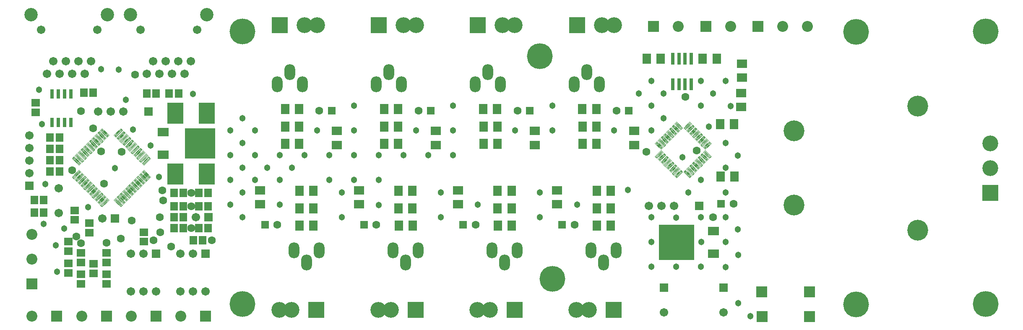
<source format=gts>
%FSLAX43Y43*%
%MOMM*%
G71*
G01*
G75*
%ADD10C,0.300*%
%ADD11C,0.125*%
%ADD12R,1.600X1.800*%
%ADD13R,0.600X2.200*%
%ADD14R,1.800X1.600*%
%ADD15R,2.000X2.000*%
%ADD16R,2.000X1.500*%
%ADD17R,7.000X7.000*%
%ADD18R,1.500X1.300*%
%ADD19R,1.300X1.500*%
%ADD20R,0.600X1.700*%
%ADD21R,0.600X1.700*%
%ADD22R,6.000X6.000*%
%ADD23R,3.000X4.000*%
%ADD24C,0.400*%
%ADD25C,0.500*%
%ADD26C,1.000*%
%ADD27C,2.000*%
%ADD28C,0.600*%
%ADD29C,2.000*%
%ADD30C,5.000*%
%ADD31C,1.400*%
%ADD32R,1.400X1.400*%
%ADD33C,1.500*%
%ADD34R,1.500X1.500*%
%ADD35C,4.000*%
%ADD36C,3.000*%
%ADD37R,3.000X3.000*%
%ADD38C,1.500*%
%ADD39R,1.500X1.500*%
%ADD40C,2.500*%
%ADD41O,2.000X3.000*%
%ADD42C,1.100*%
%ADD43R,1.803X2.003*%
%ADD44R,0.803X2.403*%
%ADD45R,2.003X1.803*%
%ADD46R,2.203X2.203*%
%ADD47R,2.203X1.703*%
%ADD48R,7.203X7.203*%
%ADD49R,1.703X1.503*%
%ADD50R,1.503X1.703*%
%ADD51R,0.803X1.903*%
%ADD52R,0.803X1.903*%
%ADD53R,6.203X6.203*%
%ADD54R,3.203X4.203*%
%ADD55C,2.203*%
%ADD56C,5.203*%
%ADD57C,1.603*%
%ADD58R,1.603X1.603*%
%ADD59C,1.703*%
%ADD60R,1.703X1.703*%
%ADD61C,4.203*%
%ADD62C,3.203*%
%ADD63R,3.203X3.203*%
%ADD64C,1.703*%
%ADD65R,1.703X1.703*%
%ADD66C,2.703*%
%ADD67O,2.203X3.203*%
%ADD68C,1.303*%
D11*
X136349Y-24355D02*
X136758Y-24764D01*
X135536Y-25986D01*
X135127Y-25577D01*
X136349Y-24355D01*
Y-24503D02*
X136611Y-24764D01*
X135536Y-25839D01*
X135274Y-25577D01*
X136349Y-24503D01*
Y-24650D02*
X136463Y-24764D01*
X135536Y-25692D01*
X135422Y-25577D01*
X136349Y-24650D01*
X136323Y-24772D02*
X135561Y-25570D01*
X10975Y-34779D02*
X10566Y-34370D01*
X11965Y-32971D01*
X12374Y-33380D01*
X10975Y-34779D01*
Y-34632D02*
X10714Y-34370D01*
X11965Y-33119D01*
X12227Y-33380D01*
X10975Y-34632D01*
Y-34484D02*
X10861Y-34370D01*
X11965Y-33266D01*
X12079Y-33380D01*
X10975Y-34484D01*
X11001Y-34363D02*
X11940Y-33388D01*
X11541Y-35345D02*
X11132Y-34936D01*
X12531Y-33537D01*
X12940Y-33946D01*
X11541Y-35345D01*
Y-35197D02*
X11279Y-34936D01*
X12531Y-33684D01*
X12792Y-33946D01*
X11541Y-35197D01*
Y-35050D02*
X11427Y-34936D01*
X12531Y-33832D01*
X12645Y-33946D01*
X11541Y-35050D01*
X11566Y-34928D02*
X12505Y-33953D01*
X12107Y-35910D02*
X11698Y-35502D01*
X13097Y-34103D01*
X13505Y-34512D01*
X12107Y-35910D01*
Y-35763D02*
X11845Y-35502D01*
X13097Y-34250D01*
X13358Y-34512D01*
X12107Y-35763D01*
Y-35616D02*
X11992Y-35502D01*
X13097Y-34397D01*
X13211Y-34512D01*
X12107Y-35616D01*
X12132Y-35494D02*
X13071Y-34519D01*
X12672Y-36476D02*
X12264Y-36067D01*
X13662Y-34668D01*
X14071Y-35077D01*
X12672Y-36476D01*
Y-36329D02*
X12411Y-36067D01*
X13662Y-34816D01*
X13924Y-35077D01*
X12672Y-36329D01*
Y-36181D02*
X12558Y-36067D01*
X13662Y-34963D01*
X13777Y-35077D01*
X12672Y-36181D01*
X12698Y-36060D02*
X13637Y-35085D01*
X13238Y-37042D02*
X12829Y-36633D01*
X14228Y-35234D01*
X14637Y-35643D01*
X13238Y-37042D01*
Y-36894D02*
X12976Y-36633D01*
X14228Y-35381D01*
X14489Y-35643D01*
X13238Y-36894D01*
Y-36747D02*
X13124Y-36633D01*
X14228Y-35529D01*
X14342Y-35643D01*
X13238Y-36747D01*
X13263Y-36625D02*
X14202Y-35651D01*
X13804Y-37607D02*
X13395Y-37199D01*
X14794Y-35800D01*
X15202Y-36209D01*
X13804Y-37607D01*
Y-37460D02*
X13542Y-37199D01*
X14794Y-35947D01*
X15055Y-36209D01*
X13804Y-37460D01*
Y-37313D02*
X13689Y-37199D01*
X14794Y-36094D01*
X14908Y-36209D01*
X13804Y-37313D01*
X13829Y-37191D02*
X14768Y-36216D01*
X14369Y-38173D02*
X13961Y-37764D01*
X15359Y-36366D01*
X15768Y-36774D01*
X14369Y-38173D01*
Y-38026D02*
X14108Y-37764D01*
X15359Y-36513D01*
X15621Y-36774D01*
X14369Y-38026D01*
Y-37879D02*
X14255Y-37764D01*
X15359Y-36660D01*
X15474Y-36774D01*
X14369Y-37879D01*
X14395Y-37757D02*
X15334Y-36782D01*
X14935Y-38739D02*
X14526Y-38330D01*
X15925Y-36931D01*
X16334Y-37340D01*
X14935Y-38739D01*
Y-38592D02*
X14674Y-38330D01*
X15925Y-37079D01*
X16187Y-37340D01*
X14935Y-38592D01*
Y-38444D02*
X14821Y-38330D01*
X15925Y-37226D01*
X16039Y-37340D01*
X14935Y-38444D01*
X14961Y-38322D02*
X15899Y-37348D01*
X15501Y-39305D02*
X15092Y-38896D01*
X16491Y-37497D01*
X16900Y-37906D01*
X15501Y-39305D01*
Y-39157D02*
X15239Y-38896D01*
X16491Y-37644D01*
X16752Y-37906D01*
X15501Y-39157D01*
Y-39010D02*
X15387Y-38896D01*
X16491Y-37791D01*
X16605Y-37906D01*
X15501Y-39010D01*
X15526Y-38888D02*
X16465Y-37913D01*
X16066Y-39870D02*
X15658Y-39461D01*
X17056Y-38063D01*
X17465Y-38471D01*
X16066Y-39870D01*
Y-39723D02*
X15805Y-39461D01*
X17056Y-38210D01*
X17318Y-38471D01*
X16066Y-39723D01*
Y-39576D02*
X15952Y-39461D01*
X17056Y-38357D01*
X17171Y-38471D01*
X16066Y-39576D01*
X16092Y-39454D02*
X17031Y-38479D01*
X16632Y-40436D02*
X16223Y-40027D01*
X17622Y-38628D01*
X18031Y-39037D01*
X16632Y-40436D01*
Y-40289D02*
X16370Y-40027D01*
X17622Y-38775D01*
X17884Y-39037D01*
X16632Y-40289D01*
Y-40141D02*
X16518Y-40027D01*
X17622Y-38923D01*
X17736Y-39037D01*
X16632Y-40141D01*
X16658Y-40019D02*
X17596Y-39045D01*
X20789Y-40027D02*
X20380Y-40436D01*
X18981Y-39037D01*
X19390Y-38628D01*
X20789Y-40027D01*
X20641D02*
X20380Y-40289D01*
X19128Y-39037D01*
X19390Y-38776D01*
X20641Y-40027D01*
X20494D02*
X20380Y-40141D01*
X19276Y-39037D01*
X19390Y-38923D01*
X20494Y-40027D01*
X20372Y-40001D02*
X19397Y-39063D01*
X21354Y-39461D02*
X20946Y-39870D01*
X19547Y-38471D01*
X19956Y-38062D01*
X21354Y-39461D01*
X21207D02*
X20946Y-39723D01*
X19694Y-38471D01*
X19956Y-38210D01*
X21207Y-39461D01*
X21060D02*
X20946Y-39576D01*
X19841Y-38471D01*
X19956Y-38357D01*
X21060Y-39461D01*
X20938Y-39436D02*
X19963Y-38497D01*
X21920Y-38896D02*
X21511Y-39304D01*
X20112Y-37906D01*
X20521Y-37497D01*
X21920Y-38896D01*
X21773D02*
X21511Y-39157D01*
X20260Y-37906D01*
X20521Y-37644D01*
X21773Y-38896D01*
X21625D02*
X21511Y-39010D01*
X20407Y-37906D01*
X20521Y-37791D01*
X21625Y-38896D01*
X21504Y-38870D02*
X20529Y-37931D01*
X22486Y-38330D02*
X22077Y-38739D01*
X20678Y-37340D01*
X21087Y-36931D01*
X22486Y-38330D01*
X22338D02*
X22077Y-38592D01*
X20825Y-37340D01*
X21087Y-37079D01*
X22338Y-38330D01*
X22191D02*
X22077Y-38444D01*
X20973Y-37340D01*
X21087Y-37226D01*
X22191Y-38330D01*
X22069Y-38304D02*
X21094Y-37366D01*
X25314Y-35501D02*
X24905Y-35910D01*
X23506Y-34512D01*
X23915Y-34103D01*
X25314Y-35501D01*
X25167D02*
X24905Y-35763D01*
X23654Y-34512D01*
X23915Y-34250D01*
X25167Y-35501D01*
X25019D02*
X24905Y-35616D01*
X23801Y-34512D01*
X23915Y-34397D01*
X25019Y-35501D01*
X24898Y-35476D02*
X23923Y-34537D01*
X25880Y-34936D02*
X25471Y-35345D01*
X24072Y-33946D01*
X24481Y-33537D01*
X25880Y-34936D01*
X25732D02*
X25471Y-35197D01*
X24219Y-33946D01*
X24481Y-33684D01*
X25732Y-34936D01*
X25585D02*
X25471Y-35050D01*
X24367Y-33946D01*
X24481Y-33832D01*
X25585Y-34936D01*
X25463Y-34910D02*
X24489Y-33971D01*
X26445Y-34370D02*
X26037Y-34779D01*
X24638Y-33380D01*
X25047Y-32971D01*
X26445Y-34370D01*
X26298D02*
X26037Y-34632D01*
X24785Y-33380D01*
X25047Y-33119D01*
X26298Y-34370D01*
X26151D02*
X26037Y-34484D01*
X24932Y-33380D01*
X25047Y-33266D01*
X26151Y-34370D01*
X26029Y-34345D02*
X25054Y-33406D01*
X19390Y-26364D02*
X18981Y-25956D01*
X20380Y-24557D01*
X20789Y-24966D01*
X19390Y-26364D01*
Y-26217D02*
X19128Y-25956D01*
X20380Y-24704D01*
X20641Y-24966D01*
X19390Y-26217D01*
Y-26070D02*
X19276Y-25956D01*
X20380Y-24851D01*
X20494Y-24966D01*
X19390Y-26070D01*
X19415Y-25948D02*
X20354Y-24973D01*
X19956Y-26930D02*
X19547Y-26521D01*
X20945Y-25122D01*
X21354Y-25531D01*
X19956Y-26930D01*
Y-26783D02*
X19694Y-26521D01*
X20945Y-25270D01*
X21207Y-25531D01*
X19956Y-26783D01*
Y-26635D02*
X19841Y-26521D01*
X20945Y-25417D01*
X21060Y-25531D01*
X19956Y-26635D01*
X19981Y-26514D02*
X20920Y-25539D01*
X20521Y-27496D02*
X20112Y-27087D01*
X21511Y-25688D01*
X21920Y-26097D01*
X20521Y-27496D01*
Y-27348D02*
X20260Y-27087D01*
X21511Y-25835D01*
X21773Y-26097D01*
X20521Y-27348D01*
Y-27201D02*
X20407Y-27087D01*
X21511Y-25983D01*
X21625Y-26097D01*
X20521Y-27201D01*
X20547Y-27079D02*
X21486Y-26105D01*
X21087Y-28061D02*
X20678Y-27653D01*
X22077Y-26254D01*
X22486Y-26663D01*
X21087Y-28061D01*
Y-27914D02*
X20825Y-27653D01*
X22077Y-26401D01*
X22338Y-26663D01*
X21087Y-27914D01*
Y-27767D02*
X20973Y-27653D01*
X22077Y-26548D01*
X22191Y-26663D01*
X21087Y-27767D01*
X21112Y-27645D02*
X22051Y-26670D01*
X21653Y-28627D02*
X21244Y-28218D01*
X22643Y-26819D01*
X23051Y-27228D01*
X21653Y-28627D01*
Y-28480D02*
X21391Y-28218D01*
X22643Y-26967D01*
X22904Y-27228D01*
X21653Y-28480D01*
Y-28333D02*
X21538Y-28218D01*
X22643Y-27114D01*
X22757Y-27228D01*
X21653Y-28333D01*
X21678Y-28211D02*
X22617Y-27236D01*
X22218Y-29193D02*
X21809Y-28784D01*
X23208Y-27385D01*
X23617Y-27794D01*
X22218Y-29193D01*
Y-29046D02*
X21957Y-28784D01*
X23208Y-27533D01*
X23470Y-27794D01*
X22218Y-29046D01*
Y-28898D02*
X22104Y-28784D01*
X23208Y-27680D01*
X23322Y-27794D01*
X22218Y-28898D01*
X22244Y-28776D02*
X23183Y-27802D01*
X22784Y-29759D02*
X22375Y-29350D01*
X23774Y-27951D01*
X24183Y-28360D01*
X22784Y-29759D01*
Y-29611D02*
X22522Y-29350D01*
X23774Y-28098D01*
X24035Y-28360D01*
X22784Y-29611D01*
Y-29464D02*
X22670Y-29350D01*
X23774Y-28246D01*
X23888Y-28360D01*
X22784Y-29464D01*
X22809Y-29342D02*
X23748Y-28367D01*
X23350Y-30324D02*
X22941Y-29915D01*
X24340Y-28517D01*
X24748Y-28925D01*
X23350Y-30324D01*
Y-30177D02*
X23088Y-29915D01*
X24340Y-28664D01*
X24601Y-28925D01*
X23350Y-30177D01*
Y-30030D02*
X23235Y-29915D01*
X24340Y-28811D01*
X24454Y-28925D01*
X23350Y-30030D01*
X23375Y-29908D02*
X24314Y-28933D01*
X23915Y-30890D02*
X23506Y-30481D01*
X24905Y-29082D01*
X25314Y-29491D01*
X23915Y-30890D01*
Y-30743D02*
X23654Y-30481D01*
X24905Y-29230D01*
X25167Y-29491D01*
X23915Y-30743D01*
Y-30595D02*
X23801Y-30481D01*
X24905Y-29377D01*
X25019Y-29491D01*
X23915Y-30595D01*
X23941Y-30474D02*
X24880Y-29499D01*
X24481Y-31456D02*
X24072Y-31047D01*
X25471Y-29648D01*
X25880Y-30057D01*
X24481Y-31456D01*
Y-31308D02*
X24219Y-31047D01*
X25471Y-29795D01*
X25732Y-30057D01*
X24481Y-31308D01*
Y-31161D02*
X24367Y-31047D01*
X25471Y-29943D01*
X25585Y-30057D01*
X24481Y-31161D01*
X24507Y-31039D02*
X25445Y-30064D01*
X25047Y-32021D02*
X24638Y-31612D01*
X26037Y-30214D01*
X26445Y-30622D01*
X25047Y-32021D01*
Y-31874D02*
X24785Y-31612D01*
X26037Y-30361D01*
X26298Y-30622D01*
X25047Y-31874D01*
Y-31727D02*
X24932Y-31612D01*
X26037Y-30508D01*
X26151Y-30622D01*
X25047Y-31727D01*
X25072Y-31605D02*
X26011Y-30630D01*
X12374Y-31612D02*
X11965Y-32021D01*
X10566Y-30622D01*
X10975Y-30214D01*
X12374Y-31612D01*
X12227D02*
X11965Y-31874D01*
X10714Y-30622D01*
X10975Y-30361D01*
X12227Y-31612D01*
X12079D02*
X11965Y-31727D01*
X10861Y-30622D01*
X10975Y-30508D01*
X12079Y-31612D01*
X11958Y-31587D02*
X10983Y-30648D01*
X12940Y-31047D02*
X12531Y-31456D01*
X11132Y-30057D01*
X11541Y-29648D01*
X12940Y-31047D01*
X12792D02*
X12531Y-31308D01*
X11279Y-30057D01*
X11541Y-29795D01*
X12792Y-31047D01*
X12645D02*
X12531Y-31161D01*
X11427Y-30057D01*
X11541Y-29943D01*
X12645Y-31047D01*
X12523Y-31021D02*
X11549Y-30082D01*
X13505Y-30481D02*
X13097Y-30890D01*
X11698Y-29491D01*
X12107Y-29082D01*
X13505Y-30481D01*
X13358D02*
X13097Y-30743D01*
X11845Y-29491D01*
X12107Y-29230D01*
X13358Y-30481D01*
X13211D02*
X13097Y-30595D01*
X11992Y-29491D01*
X12107Y-29377D01*
X13211Y-30481D01*
X13089Y-30456D02*
X12114Y-29517D01*
X14071Y-29915D02*
X13662Y-30324D01*
X12263Y-28925D01*
X12672Y-28517D01*
X14071Y-29915D01*
X13924D02*
X13662Y-30177D01*
X12411Y-28925D01*
X12672Y-28664D01*
X13924Y-29915D01*
X13776D02*
X13662Y-30030D01*
X12558Y-28925D01*
X12672Y-28811D01*
X13776Y-29915D01*
X13655Y-29890D02*
X12680Y-28951D01*
X16900Y-27087D02*
X16491Y-27496D01*
X15092Y-26097D01*
X15501Y-25688D01*
X16900Y-27087D01*
X16752D02*
X16491Y-27348D01*
X15239Y-26097D01*
X15501Y-25835D01*
X16752Y-27087D01*
X16605D02*
X16491Y-27201D01*
X15387Y-26097D01*
X15501Y-25983D01*
X16605Y-27087D01*
X16483Y-27061D02*
X15508Y-26123D01*
X17465Y-26521D02*
X17056Y-26930D01*
X15658Y-25531D01*
X16066Y-25122D01*
X17465Y-26521D01*
X17318D02*
X17056Y-26783D01*
X15805Y-25531D01*
X16066Y-25270D01*
X17318Y-26521D01*
X17171D02*
X17056Y-26635D01*
X15952Y-25531D01*
X16066Y-25417D01*
X17171Y-26521D01*
X17049Y-26496D02*
X16074Y-25557D01*
X18031Y-25956D02*
X17622Y-26364D01*
X16223Y-24966D01*
X16632Y-24557D01*
X18031Y-25956D01*
X17884D02*
X17622Y-26217D01*
X16371Y-24966D01*
X16632Y-24704D01*
X17884Y-25956D01*
X17736D02*
X17622Y-26070D01*
X16518Y-24966D01*
X16632Y-24851D01*
X17736Y-25956D01*
X17614Y-25930D02*
X16640Y-24991D01*
X24183Y-36633D02*
X23774Y-37042D01*
X22375Y-35643D01*
X22784Y-35234D01*
X24183Y-36633D01*
X24035D02*
X23774Y-36894D01*
X22522Y-35643D01*
X22784Y-35381D01*
X24035Y-36633D01*
X23888D02*
X23774Y-36747D01*
X22670Y-35643D01*
X22784Y-35529D01*
X23888Y-36633D01*
X23766Y-36607D02*
X22792Y-35668D01*
X23617Y-37199D02*
X23208Y-37607D01*
X21809Y-36209D01*
X22218Y-35800D01*
X23617Y-37199D01*
X23470D02*
X23208Y-37460D01*
X21957Y-36209D01*
X22218Y-35947D01*
X23470Y-37199D01*
X23322D02*
X23208Y-37313D01*
X22104Y-36209D01*
X22218Y-36094D01*
X23322Y-37199D01*
X23201Y-37173D02*
X22226Y-36234D01*
X23051Y-37764D02*
X22643Y-38173D01*
X21244Y-36774D01*
X21653Y-36365D01*
X23051Y-37764D01*
X22904D02*
X22643Y-38026D01*
X21391Y-36774D01*
X21653Y-36513D01*
X22904Y-37764D01*
X22757D02*
X22643Y-37878D01*
X21538Y-36774D01*
X21653Y-36660D01*
X22757Y-37764D01*
X22635Y-37739D02*
X21660Y-36800D01*
X132126Y-26143D02*
X131717Y-26552D01*
X130495Y-25330D01*
X130904Y-24921D01*
X132126Y-26143D01*
X131979D02*
X131717Y-26405D01*
X130643Y-25330D01*
X130904Y-25068D01*
X131979Y-26143D01*
X131832D02*
X131717Y-26257D01*
X130790Y-25330D01*
X130904Y-25216D01*
X131832Y-26143D01*
X131710Y-26117D02*
X130912Y-25355D01*
X136758Y-33037D02*
X136349Y-33446D01*
X135127Y-32224D01*
X135536Y-31815D01*
X136758Y-33037D01*
X136611D02*
X136349Y-33299D01*
X135274Y-32224D01*
X135536Y-31963D01*
X136611Y-33037D01*
X136463D02*
X136349Y-33152D01*
X135422Y-32224D01*
X135536Y-32110D01*
X136463Y-33037D01*
X136341Y-33012D02*
X135543Y-32250D01*
X129455Y-28987D02*
X129864Y-29396D01*
X128642Y-30618D01*
X128233Y-30209D01*
X129455Y-28987D01*
Y-29134D02*
X129716Y-29396D01*
X128642Y-30470D01*
X128380Y-30209D01*
X129455Y-29134D01*
Y-29281D02*
X129569Y-29396D01*
X128642Y-30323D01*
X128527Y-30209D01*
X129455Y-29281D01*
X129429Y-29403D02*
X128667Y-30201D01*
X130020Y-29553D02*
X130429Y-29961D01*
X129207Y-31183D01*
X128798Y-30775D01*
X130020Y-29553D01*
Y-29700D02*
X130282Y-29961D01*
X129207Y-31036D01*
X128946Y-30775D01*
X130020Y-29700D01*
Y-29847D02*
X130135Y-29961D01*
X129207Y-30889D01*
X129093Y-30775D01*
X130020Y-29847D01*
X129995Y-29969D02*
X129233Y-30767D01*
X130586Y-30118D02*
X130995Y-30527D01*
X129773Y-31749D01*
X129364Y-31340D01*
X130586Y-30118D01*
Y-30266D02*
X130848Y-30527D01*
X129773Y-31602D01*
X129511Y-31340D01*
X130586Y-30266D01*
Y-30413D02*
X130700Y-30527D01*
X129773Y-31454D01*
X129659Y-31340D01*
X130586Y-30413D01*
X130561Y-30535D02*
X129798Y-31333D01*
X131152Y-30684D02*
X131561Y-31093D01*
X130339Y-32315D01*
X129930Y-31906D01*
X131152Y-30684D01*
Y-30831D02*
X131413Y-31093D01*
X130339Y-32167D01*
X130077Y-31906D01*
X131152Y-30831D01*
Y-30978D02*
X131266Y-31093D01*
X130339Y-32020D01*
X130224Y-31906D01*
X131152Y-30978D01*
X131126Y-31100D02*
X130364Y-31898D01*
X131717Y-31250D02*
X132126Y-31658D01*
X130904Y-32880D01*
X130495Y-32472D01*
X131717Y-31250D01*
Y-31397D02*
X131979Y-31658D01*
X130904Y-32733D01*
X130643Y-32472D01*
X131717Y-31397D01*
Y-31544D02*
X131832Y-31658D01*
X130904Y-32586D01*
X130790Y-32472D01*
X131717Y-31544D01*
X131692Y-31666D02*
X130930Y-32464D01*
X132283Y-31815D02*
X132692Y-32224D01*
X131470Y-33446D01*
X131061Y-33037D01*
X132283Y-31815D01*
Y-31963D02*
X132545Y-32224D01*
X131470Y-33299D01*
X131208Y-33037D01*
X132283Y-31963D01*
Y-32110D02*
X132397Y-32224D01*
X131470Y-33152D01*
X131356Y-33037D01*
X132283Y-32110D01*
X132258Y-32232D02*
X131495Y-33030D01*
X132849Y-32381D02*
X133258Y-32790D01*
X132036Y-34012D01*
X131627Y-33603D01*
X132849Y-32381D01*
Y-32528D02*
X133110Y-32790D01*
X132036Y-33865D01*
X131774Y-33603D01*
X132849Y-32528D01*
Y-32676D02*
X132963Y-32790D01*
X132036Y-33717D01*
X131921Y-33603D01*
X132849Y-32676D01*
X132823Y-32797D02*
X132061Y-33595D01*
X133415Y-32947D02*
X133823Y-33355D01*
X132601Y-34578D01*
X132192Y-34169D01*
X133415Y-32947D01*
Y-33094D02*
X133676Y-33355D01*
X132601Y-34430D01*
X132340Y-34169D01*
X133415Y-33094D01*
Y-33241D02*
X133529Y-33355D01*
X132601Y-34283D01*
X132487Y-34169D01*
X133415Y-33241D01*
X133389Y-33363D02*
X132627Y-34161D01*
X133823Y-24446D02*
X133415Y-24855D01*
X132192Y-23633D01*
X132601Y-23224D01*
X133823Y-24446D01*
X133676D02*
X133415Y-24707D01*
X132340Y-23633D01*
X132601Y-23371D01*
X133676Y-24446D01*
X133529D02*
X133415Y-24560D01*
X132487Y-23633D01*
X132601Y-23519D01*
X133529Y-24446D01*
X133407Y-24420D02*
X132609Y-23658D01*
X133258Y-25012D02*
X132849Y-25420D01*
X131627Y-24198D01*
X132036Y-23790D01*
X133258Y-25012D01*
X133110D02*
X132849Y-25273D01*
X131774Y-24198D01*
X132036Y-23937D01*
X133110Y-25012D01*
X132963D02*
X132849Y-25126D01*
X131921Y-24198D01*
X132036Y-24084D01*
X132963Y-25012D01*
X132841Y-24986D02*
X132043Y-24224D01*
X132692Y-25577D02*
X132283Y-25986D01*
X131061Y-24764D01*
X131470Y-24355D01*
X132692Y-25577D01*
X132545D02*
X132283Y-25839D01*
X131208Y-24764D01*
X131470Y-24503D01*
X132545Y-25577D01*
X132397D02*
X132283Y-25692D01*
X131356Y-24764D01*
X131470Y-24650D01*
X132397Y-25577D01*
X132276Y-25552D02*
X131478Y-24790D01*
X131561Y-26709D02*
X131152Y-27118D01*
X129930Y-25896D01*
X130339Y-25487D01*
X131561Y-26709D01*
X131413D02*
X131152Y-26970D01*
X130077Y-25896D01*
X130339Y-25634D01*
X131413Y-26709D01*
X131266D02*
X131152Y-26823D01*
X130224Y-25896D01*
X130339Y-25781D01*
X131266Y-26709D01*
X131144Y-26683D02*
X130346Y-25921D01*
X130995Y-27274D02*
X130586Y-27683D01*
X129364Y-26461D01*
X129773Y-26052D01*
X130995Y-27274D01*
X130848D02*
X130586Y-27536D01*
X129511Y-26461D01*
X129773Y-26200D01*
X130848Y-27274D01*
X130700D02*
X130586Y-27389D01*
X129659Y-26461D01*
X129773Y-26347D01*
X130700Y-27274D01*
X130579Y-27249D02*
X129780Y-26487D01*
X130429Y-27840D02*
X130020Y-28249D01*
X128798Y-27027D01*
X129207Y-26618D01*
X130429Y-27840D01*
X130282D02*
X130020Y-28102D01*
X128946Y-27027D01*
X129207Y-26765D01*
X130282Y-27840D01*
X130135D02*
X130020Y-27954D01*
X129093Y-27027D01*
X129207Y-26913D01*
X130135Y-27840D01*
X130013Y-27815D02*
X129215Y-27052D01*
X129864Y-28406D02*
X129455Y-28815D01*
X128233Y-27593D01*
X128642Y-27184D01*
X129864Y-28406D01*
X129716D02*
X129455Y-28667D01*
X128380Y-27593D01*
X128642Y-27331D01*
X129716Y-28406D01*
X129569D02*
X129455Y-28520D01*
X128527Y-27593D01*
X128642Y-27478D01*
X129569Y-28406D01*
X129447Y-28380D02*
X128649Y-27618D01*
X135218Y-23224D02*
X135626Y-23633D01*
X134404Y-24855D01*
X133996Y-24446D01*
X135218Y-23224D01*
Y-23371D02*
X135479Y-23633D01*
X134404Y-24707D01*
X134143Y-24446D01*
X135218Y-23371D01*
Y-23519D02*
X135332Y-23633D01*
X134404Y-24560D01*
X134290Y-24446D01*
X135218Y-23519D01*
X135192Y-23640D02*
X134430Y-24438D01*
X135783Y-23790D02*
X136192Y-24198D01*
X134970Y-25420D01*
X134561Y-25012D01*
X135783Y-23790D01*
Y-23937D02*
X136045Y-24198D01*
X134970Y-25273D01*
X134709Y-25012D01*
X135783Y-23937D01*
Y-24084D02*
X135898Y-24198D01*
X134970Y-25126D01*
X134856Y-25012D01*
X135783Y-24084D01*
X135758Y-24206D02*
X134996Y-25004D01*
X136915Y-24921D02*
X137324Y-25330D01*
X136102Y-26552D01*
X135693Y-26143D01*
X136915Y-24921D01*
Y-25068D02*
X137176Y-25330D01*
X136102Y-26405D01*
X135840Y-26143D01*
X136915Y-25068D01*
Y-25216D02*
X137029Y-25330D01*
X136102Y-26257D01*
X135987Y-26143D01*
X136915Y-25216D01*
X136889Y-25337D02*
X136127Y-26135D01*
X137480Y-25487D02*
X137889Y-25896D01*
X136667Y-27118D01*
X136258Y-26709D01*
X137480Y-25487D01*
Y-25634D02*
X137742Y-25896D01*
X136667Y-26970D01*
X136406Y-26709D01*
X137480Y-25634D01*
Y-25781D02*
X137595Y-25896D01*
X136667Y-26823D01*
X136553Y-26709D01*
X137480Y-25781D01*
X137455Y-25903D02*
X136693Y-26701D01*
X138046Y-26052D02*
X138455Y-26461D01*
X137233Y-27683D01*
X136824Y-27274D01*
X138046Y-26052D01*
Y-26200D02*
X138308Y-26461D01*
X137233Y-27536D01*
X136971Y-27274D01*
X138046Y-26200D01*
Y-26347D02*
X138160Y-26461D01*
X137233Y-27389D01*
X137119Y-27274D01*
X138046Y-26347D01*
X138021Y-26469D02*
X137258Y-27267D01*
X138612Y-26618D02*
X139021Y-27027D01*
X137799Y-28249D01*
X137390Y-27840D01*
X138612Y-26618D01*
Y-26765D02*
X138873Y-27027D01*
X137799Y-28102D01*
X137537Y-27840D01*
X138612Y-26765D01*
Y-26913D02*
X138726Y-27027D01*
X137799Y-27954D01*
X137684Y-27840D01*
X138612Y-26913D01*
X138586Y-27034D02*
X137824Y-27832D01*
X139177Y-27184D02*
X139586Y-27593D01*
X138364Y-28815D01*
X137955Y-28406D01*
X139177Y-27184D01*
Y-27331D02*
X139439Y-27593D01*
X138364Y-28667D01*
X138103Y-28406D01*
X139177Y-27331D01*
Y-27478D02*
X139292Y-27593D01*
X138364Y-28520D01*
X138250Y-28406D01*
X139177Y-27478D01*
X139152Y-27600D02*
X138390Y-28398D01*
X139586Y-30209D02*
X139177Y-30618D01*
X137955Y-29396D01*
X138364Y-28987D01*
X139586Y-30209D01*
X139439D02*
X139177Y-30470D01*
X138103Y-29396D01*
X138364Y-29134D01*
X139439Y-30209D01*
X139292D02*
X139177Y-30323D01*
X138250Y-29396D01*
X138364Y-29281D01*
X139292Y-30209D01*
X139170Y-30183D02*
X138372Y-29421D01*
X139021Y-30775D02*
X138612Y-31183D01*
X137390Y-29961D01*
X137799Y-29553D01*
X139021Y-30775D01*
X138873D02*
X138612Y-31036D01*
X137537Y-29961D01*
X137799Y-29700D01*
X138873Y-30775D01*
X138726D02*
X138612Y-30889D01*
X137684Y-29961D01*
X137799Y-29847D01*
X138726Y-30775D01*
X138604Y-30749D02*
X137806Y-29987D01*
X138455Y-31340D02*
X138046Y-31749D01*
X136824Y-30527D01*
X137233Y-30118D01*
X138455Y-31340D01*
X138308D02*
X138046Y-31602D01*
X136971Y-30527D01*
X137233Y-30266D01*
X138308Y-31340D01*
X138160D02*
X138046Y-31454D01*
X137119Y-30527D01*
X137233Y-30413D01*
X138160Y-31340D01*
X138038Y-31315D02*
X137240Y-30553D01*
X137889Y-31906D02*
X137480Y-32315D01*
X136258Y-31093D01*
X136667Y-30684D01*
X137889Y-31906D01*
X137742D02*
X137480Y-32167D01*
X136406Y-31093D01*
X136667Y-30831D01*
X137742Y-31906D01*
X137595D02*
X137480Y-32020D01*
X136553Y-31093D01*
X136667Y-30979D01*
X137595Y-31906D01*
X137473Y-31880D02*
X136675Y-31118D01*
X137324Y-32472D02*
X136915Y-32880D01*
X135693Y-31658D01*
X136102Y-31250D01*
X137324Y-32472D01*
X137176D02*
X136915Y-32733D01*
X135840Y-31658D01*
X136102Y-31397D01*
X137176Y-32472D01*
X137029D02*
X136915Y-32586D01*
X135987Y-31658D01*
X136102Y-31544D01*
X137029Y-32472D01*
X136907Y-32446D02*
X136109Y-31684D01*
X136192Y-33603D02*
X135783Y-34012D01*
X134561Y-32790D01*
X134970Y-32381D01*
X136192Y-33603D01*
X136045D02*
X135783Y-33865D01*
X134709Y-32790D01*
X134970Y-32528D01*
X136045Y-33603D01*
X135897D02*
X135783Y-33717D01*
X134856Y-32790D01*
X134970Y-32676D01*
X135897Y-33603D01*
X135776Y-33577D02*
X134978Y-32815D01*
X135626Y-34169D02*
X135218Y-34578D01*
X133996Y-33355D01*
X134404Y-32947D01*
X135626Y-34169D01*
X135479D02*
X135218Y-34430D01*
X134143Y-33355D01*
X134404Y-33094D01*
X135479Y-34169D01*
X135332D02*
X135218Y-34283D01*
X134290Y-33355D01*
X134404Y-33241D01*
X135332Y-34169D01*
X135210Y-34143D02*
X134412Y-33381D01*
X16334Y-27653D02*
X15925Y-28061D01*
X14526Y-26663D01*
X14935Y-26254D01*
X16334Y-27653D01*
X16187D02*
X15925Y-27914D01*
X14674Y-26663D01*
X14935Y-26401D01*
X16187Y-27653D01*
X16039D02*
X15925Y-27767D01*
X14821Y-26663D01*
X14935Y-26548D01*
X16039Y-27653D01*
X15917Y-27627D02*
X14943Y-26688D01*
X15768Y-28218D02*
X15359Y-28627D01*
X13961Y-27228D01*
X14369Y-26820D01*
X15768Y-28218D01*
X15621D02*
X15359Y-28480D01*
X14108Y-27228D01*
X14369Y-26967D01*
X15621Y-28218D01*
X15474D02*
X15359Y-28333D01*
X14255Y-27228D01*
X14369Y-27114D01*
X15474Y-28218D01*
X15352Y-28193D02*
X14377Y-27254D01*
X15202Y-28784D02*
X14794Y-29193D01*
X13395Y-27794D01*
X13804Y-27385D01*
X15202Y-28784D01*
X15055D02*
X14794Y-29046D01*
X13542Y-27794D01*
X13804Y-27533D01*
X15055Y-28784D01*
X14908D02*
X14794Y-28898D01*
X13689Y-27794D01*
X13804Y-27680D01*
X14908Y-28784D01*
X14786Y-28758D02*
X13811Y-27820D01*
X14637Y-29350D02*
X14228Y-29759D01*
X12829Y-28360D01*
X13238Y-27951D01*
X14637Y-29350D01*
X14489D02*
X14228Y-29611D01*
X12976Y-28360D01*
X13238Y-28098D01*
X14489Y-29350D01*
X14342D02*
X14228Y-29464D01*
X13124Y-28360D01*
X13238Y-28246D01*
X14342Y-29350D01*
X14220Y-29324D02*
X13246Y-28385D01*
X24748Y-36067D02*
X24340Y-36476D01*
X22941Y-35077D01*
X23350Y-34668D01*
X24748Y-36067D01*
X24601D02*
X24340Y-36329D01*
X23088Y-35077D01*
X23350Y-34816D01*
X24601Y-36067D01*
X24454D02*
X24340Y-36181D01*
X23235Y-35077D01*
X23350Y-34963D01*
X24454Y-36067D01*
X24332Y-36042D02*
X23357Y-35103D01*
D43*
X129412Y-10493D02*
D03*
X126612Y-10493D02*
D03*
X137888Y-10507D02*
D03*
X140688Y-10507D02*
D03*
X144212Y-23693D02*
D03*
X141412Y-23693D02*
D03*
X56412Y-27693D02*
D03*
X53612Y-27693D02*
D03*
X76412D02*
D03*
X73612D02*
D03*
X99288Y-40707D02*
D03*
X96488D02*
D03*
X119288D02*
D03*
X116488D02*
D03*
X96512Y-44193D02*
D03*
X99312D02*
D03*
X116512D02*
D03*
X119312D02*
D03*
X99288Y-37207D02*
D03*
X96488D02*
D03*
X119288D02*
D03*
X116488D02*
D03*
X59288Y-40707D02*
D03*
X56488D02*
D03*
X79288D02*
D03*
X76488D02*
D03*
X56512Y-44193D02*
D03*
X59312D02*
D03*
X76512D02*
D03*
X79312D02*
D03*
X59288Y-37207D02*
D03*
X56488D02*
D03*
X79288D02*
D03*
X76488D02*
D03*
X93612Y-24193D02*
D03*
X96412D02*
D03*
X113612D02*
D03*
X116412D02*
D03*
X96388Y-20707D02*
D03*
X93588D02*
D03*
X116388D02*
D03*
X113588D02*
D03*
X93612Y-27693D02*
D03*
X96412D02*
D03*
X113612D02*
D03*
X116412D02*
D03*
X73612Y-24193D02*
D03*
X76412D02*
D03*
X56388Y-20707D02*
D03*
X53588D02*
D03*
X76388D02*
D03*
X73588D02*
D03*
X53612Y-24193D02*
D03*
X56412D02*
D03*
X141512Y-34293D02*
D03*
X144312Y-34293D02*
D03*
D44*
X133097Y-10500D02*
D03*
X131827Y-15700D02*
D03*
X133097D02*
D03*
X131827Y-10500D02*
D03*
X135597D02*
D03*
X134327Y-15700D02*
D03*
X135597D02*
D03*
X134327Y-10500D02*
D03*
D45*
X145807Y-14312D02*
D03*
Y-11512D02*
D03*
X145607Y-20212D02*
D03*
X145607Y-17412D02*
D03*
X88493Y-37088D02*
D03*
X88493Y-39888D02*
D03*
X68493Y-37088D02*
D03*
X68493Y-39888D02*
D03*
X48493Y-37088D02*
D03*
X48493Y-39888D02*
D03*
X108493Y-37088D02*
D03*
X108493Y-39888D02*
D03*
X64007Y-27912D02*
D03*
Y-25112D02*
D03*
X124007Y-27912D02*
D03*
Y-25112D02*
D03*
X104007Y-27912D02*
D03*
Y-25112D02*
D03*
X84007Y-27912D02*
D03*
Y-25112D02*
D03*
D46*
X149904Y-62602D02*
D03*
X149804Y-57602D02*
D03*
X159404Y-62602D02*
D03*
X159404Y-57602D02*
D03*
X148999Y-4001D02*
D03*
X127900Y-4000D02*
D03*
X138500D02*
D03*
X37500Y-62500D02*
D03*
X27500D02*
D03*
X7500D02*
D03*
X17500D02*
D03*
X2501Y-56001D02*
D03*
D47*
X140009Y-49883D02*
D03*
Y-45313D02*
D03*
X28991Y-25317D02*
D03*
Y-29887D02*
D03*
D48*
X132609Y-47598D02*
D03*
D49*
X25105Y-45542D02*
D03*
Y-47442D02*
D03*
X3205Y-21342D02*
D03*
Y-19442D02*
D03*
X11105Y-43042D02*
D03*
Y-41142D02*
D03*
X17495Y-55958D02*
D03*
Y-54058D02*
D03*
X17505Y-49742D02*
D03*
Y-51642D02*
D03*
X12395Y-55958D02*
D03*
Y-54058D02*
D03*
X12405Y-49742D02*
D03*
Y-51642D02*
D03*
X9805Y-47442D02*
D03*
Y-49342D02*
D03*
Y-51842D02*
D03*
Y-53742D02*
D03*
X14905Y-51942D02*
D03*
Y-53842D02*
D03*
X14105Y-43742D02*
D03*
Y-45642D02*
D03*
D50*
X35058Y-47205D02*
D03*
X36958D02*
D03*
X14842Y-17395D02*
D03*
X12942D02*
D03*
X30158Y-17505D02*
D03*
X32058D02*
D03*
X25658D02*
D03*
X27558D02*
D03*
X6142Y-26395D02*
D03*
X8042D02*
D03*
X6142Y-28695D02*
D03*
X8042D02*
D03*
X6142Y-30995D02*
D03*
X8042D02*
D03*
X6142Y-33295D02*
D03*
X8042D02*
D03*
X38058Y-40305D02*
D03*
X36158D02*
D03*
X33058D02*
D03*
X31158D02*
D03*
X38058Y-37605D02*
D03*
X36158D02*
D03*
X33058D02*
D03*
X31158D02*
D03*
X2958Y-41605D02*
D03*
X4858D02*
D03*
X2958Y-39005D02*
D03*
X4858D02*
D03*
X38058Y-44705D02*
D03*
X36158D02*
D03*
X31142Y-44695D02*
D03*
X33042D02*
D03*
X33058Y-42505D02*
D03*
X31158D02*
D03*
D51*
X7762Y-23352D02*
D03*
X9032Y-23352D02*
D03*
X6492D02*
D03*
D52*
Y-17652D02*
D03*
X10302Y-23352D02*
D03*
X7762Y-17652D02*
D03*
X9032D02*
D03*
X10302D02*
D03*
D53*
X36391Y-27602D02*
D03*
D54*
X31389Y-33794D02*
D03*
X37739D02*
D03*
X31389Y-21494D02*
D03*
X37739D02*
D03*
D55*
X158999Y-4001D02*
D03*
X153999D02*
D03*
X132900Y-4000D02*
D03*
X143500D02*
D03*
X32500Y-62500D02*
D03*
X22500D02*
D03*
X12500D02*
D03*
X2500D02*
D03*
X2501Y-51001D02*
D03*
Y-46001D02*
D03*
D56*
X105000Y-10000D02*
D03*
X107500Y-55000D02*
D03*
X195000Y-60000D02*
D03*
Y-5000D02*
D03*
X168800Y-5100D02*
D03*
Y-60100D02*
D03*
X45000Y-5000D02*
D03*
Y-60000D02*
D03*
D57*
X112011Y-44008D02*
D03*
X92011D02*
D03*
X72011D02*
D03*
X52011D02*
D03*
X120489Y-20992D02*
D03*
X100489D02*
D03*
X80489D02*
D03*
X60489D02*
D03*
X144111Y-39808D02*
D03*
X140000Y-42500D02*
D03*
X136666Y-29034D02*
D03*
X126500Y-29300D02*
D03*
X134400Y-18200D02*
D03*
X23300Y-13700D02*
D03*
X10600Y-33000D02*
D03*
X12400Y-21100D02*
D03*
X16400Y-29200D02*
D03*
X17000Y-35700D02*
D03*
X20600Y-29300D02*
D03*
X31389Y-32500D02*
D03*
X30600Y-48400D02*
D03*
X28800Y-37100D02*
D03*
X34600Y-37595D02*
D03*
X29000Y-39100D02*
D03*
X34600Y-40300D02*
D03*
X27000Y-47200D02*
D03*
X38800D02*
D03*
X17500Y-47700D02*
D03*
X12400Y-47800D02*
D03*
X20400Y-46800D02*
D03*
X28400Y-45600D02*
D03*
X11400Y-46400D02*
D03*
X34600Y-44700D02*
D03*
X22600Y-43200D02*
D03*
X28300Y-42500D02*
D03*
X14800Y-24600D02*
D03*
D58*
X109511Y-44008D02*
D03*
X89511D02*
D03*
X69511D02*
D03*
X49511D02*
D03*
X122989Y-20992D02*
D03*
X102989D02*
D03*
X82989D02*
D03*
X62989D02*
D03*
X141611Y-39808D02*
D03*
D59*
X127048Y-40191D02*
D03*
X129588D02*
D03*
X132128D02*
D03*
X130093Y-61699D02*
D03*
X142093D02*
D03*
X35800Y-4680D02*
D03*
X24400D02*
D03*
X34545Y-11030D02*
D03*
X33275Y-13570D02*
D03*
X32005Y-11030D02*
D03*
X30735Y-13570D02*
D03*
X26925Y-11030D02*
D03*
X25655Y-13570D02*
D03*
X5555D02*
D03*
X6825Y-11030D02*
D03*
X8095Y-13570D02*
D03*
X9365Y-11030D02*
D03*
X10635Y-13570D02*
D03*
X11905Y-11030D02*
D03*
X13175Y-13570D02*
D03*
X14445Y-11030D02*
D03*
X4300Y-4680D02*
D03*
X15700D02*
D03*
X16692Y-42788D02*
D03*
X35592Y-42488D02*
D03*
X15848Y-21191D02*
D03*
X18388D02*
D03*
X20928D02*
D03*
X7900Y-36708D02*
D03*
X7900Y-41708D02*
D03*
X2000Y-26040D02*
D03*
Y-28580D02*
D03*
Y-31120D02*
D03*
Y-33660D02*
D03*
X29465Y-11030D02*
D03*
X28195Y-13570D02*
D03*
D60*
X137208Y-40191D02*
D03*
X130093Y-56699D02*
D03*
X142093D02*
D03*
X19192Y-42788D02*
D03*
X38092Y-42488D02*
D03*
X26008Y-21191D02*
D03*
X2000Y-36200D02*
D03*
D61*
X156300Y-25100D02*
D03*
Y-40100D02*
D03*
X181300Y-20100D02*
D03*
Y-45100D02*
D03*
D62*
X195901Y-27601D02*
D03*
Y-32601D02*
D03*
X57500Y-3700D02*
D03*
X77500D02*
D03*
X97500D02*
D03*
X117500D02*
D03*
X54900Y-61200D02*
D03*
X74900D02*
D03*
X94900D02*
D03*
X114900Y-61200D02*
D03*
X52400D02*
D03*
X72400D02*
D03*
X92400D02*
D03*
X112400D02*
D03*
X60000Y-3700D02*
D03*
X80000D02*
D03*
X99900D02*
D03*
X120000D02*
D03*
D63*
X195901Y-37601D02*
D03*
X52500Y-3700D02*
D03*
X72500D02*
D03*
X92500D02*
D03*
X112500D02*
D03*
X59900Y-61200D02*
D03*
X79900D02*
D03*
X99900D02*
D03*
X119900D02*
D03*
D64*
X22460Y-57510D02*
D03*
X25000D02*
D03*
X27540D02*
D03*
X22460Y-49890D02*
D03*
X25000D02*
D03*
X32460Y-57510D02*
D03*
X35000D02*
D03*
X37540D02*
D03*
X32460Y-49890D02*
D03*
X35000D02*
D03*
D65*
X27540D02*
D03*
X37540D02*
D03*
D66*
X37800Y-1600D02*
D03*
X22400D02*
D03*
X2300D02*
D03*
X17700D02*
D03*
D67*
X57038Y-15711D02*
D03*
X54498Y-13211D02*
D03*
X51958Y-15711D02*
D03*
X77038D02*
D03*
X74498Y-13211D02*
D03*
X71958Y-15711D02*
D03*
X97038D02*
D03*
X94498Y-13211D02*
D03*
X91958Y-15711D02*
D03*
X117038D02*
D03*
X114498Y-13211D02*
D03*
X111958Y-15711D02*
D03*
X55362Y-49189D02*
D03*
X57902Y-51689D02*
D03*
X60442Y-49189D02*
D03*
X75362D02*
D03*
X77902Y-51689D02*
D03*
X80442Y-49189D02*
D03*
X95362D02*
D03*
X97902Y-51689D02*
D03*
X100442Y-49189D02*
D03*
X115362D02*
D03*
X117902Y-51689D02*
D03*
X120442Y-49189D02*
D03*
D68*
X4800Y-43907D02*
D03*
X9000Y-44807D02*
D03*
X7300Y-48207D02*
D03*
X7506Y-53500D02*
D03*
X35006Y-17600D02*
D03*
X16400Y-12607D02*
D03*
X20006Y-12700D02*
D03*
X3900Y-16807D02*
D03*
X21406Y-18800D02*
D03*
X4506Y-23700D02*
D03*
X5206Y-35800D02*
D03*
X22900Y-24807D02*
D03*
X26400Y-28007D02*
D03*
X28106Y-34400D02*
D03*
X13800Y-40507D02*
D03*
X145006Y-59900D02*
D03*
D03*
X147500Y-62507D02*
D03*
X130006Y-22500D02*
D03*
X142500Y-15007D02*
D03*
X139100Y-24207D02*
D03*
X143500Y-20107D02*
D03*
X142506Y-27500D02*
D03*
X145000Y-30107D02*
D03*
X142500Y-32507D02*
D03*
Y-37507D02*
D03*
X142506Y-42500D02*
D03*
X145000Y-45007D02*
D03*
X142500Y-47507D02*
D03*
X145006Y-50100D02*
D03*
X142500Y-52607D02*
D03*
X137506Y-35000D02*
D03*
X135000Y-37507D02*
D03*
X127506Y-42500D02*
D03*
X132506Y-42600D02*
D03*
X137500Y-42507D02*
D03*
X137600Y-47507D02*
D03*
X137506Y-52500D02*
D03*
X132506D02*
D03*
X127500Y-52507D02*
D03*
Y-47507D02*
D03*
X122800Y-37007D02*
D03*
X125006Y-17500D02*
D03*
X130000Y-17507D02*
D03*
X140006Y-17500D02*
D03*
X137500Y-20007D02*
D03*
X137506Y-15000D02*
D03*
X127506D02*
D03*
Y-20000D02*
D03*
X127500Y-25007D02*
D03*
X72506Y-35000D02*
D03*
X67506D02*
D03*
X62506D02*
D03*
X72506Y-30000D02*
D03*
X87506D02*
D03*
X82506D02*
D03*
X77500Y-30007D02*
D03*
X67506Y-30000D02*
D03*
X62506D02*
D03*
X57506D02*
D03*
X47500Y-25007D02*
D03*
X55000Y-32507D02*
D03*
X52506Y-35000D02*
D03*
Y-30000D02*
D03*
X47506Y-35000D02*
D03*
X50006Y-32500D02*
D03*
X47500Y-30007D02*
D03*
X45000Y-22507D02*
D03*
X42500Y-25007D02*
D03*
X45006Y-27500D02*
D03*
X42500Y-30007D02*
D03*
X45000Y-32507D02*
D03*
X42506Y-35000D02*
D03*
X45000Y-37507D02*
D03*
X42500Y-40007D02*
D03*
X45000Y-42507D02*
D03*
X52506Y-40000D02*
D03*
X72506Y-40100D02*
D03*
X92500Y-40007D02*
D03*
X112500D02*
D03*
X120000Y-25007D02*
D03*
X100006Y-25000D02*
D03*
X60000Y-25007D02*
D03*
X80000D02*
D03*
X67506Y-25000D02*
D03*
X67500Y-20007D02*
D03*
X87506Y-25000D02*
D03*
X87500Y-20007D02*
D03*
X107500D02*
D03*
X107506Y-25000D02*
D03*
X105000Y-37507D02*
D03*
Y-42507D02*
D03*
X85006Y-37500D02*
D03*
X85000Y-42507D02*
D03*
X65000Y-37507D02*
D03*
Y-42507D02*
D03*
X19265Y-32595D02*
D03*
X133806Y-30400D02*
D03*
M02*

</source>
